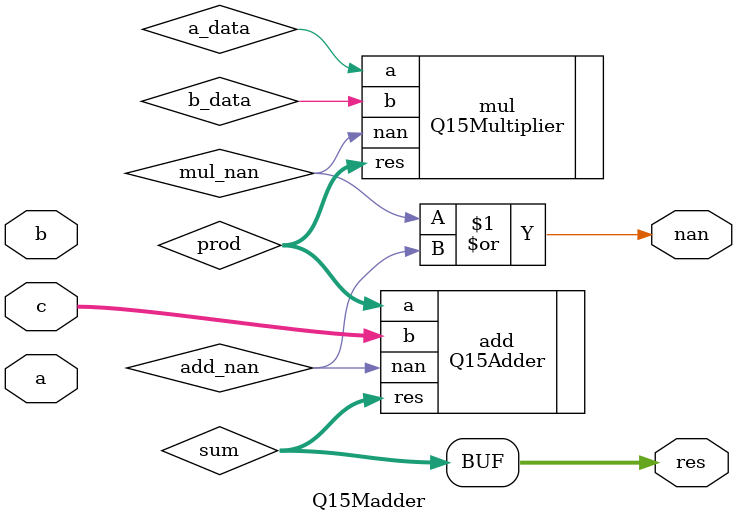
<source format=v>
`timescale 1ns/1ps

module Q15Madder (
  input signed [63:0] a,
  input signed [63:0] b,
  input signed [63:0] c,

  output nan,
  output signed [63:0] res
);

  wire mul_nan;
  wire signed [63:0] prod;
  Q15Multiplier mul(
    .a(a_data),
    .b(b_data),
    .nan(mul_nan),
    .res(prod)
  );

  wire signed [63:0] sum;
  wire add_nan;
  Q15Adder add(
    .a(prod),
    .b(c),
    .nan(add_nan),
    .res(sum)
  );

  assign nan = mul_nan | add_nan;
  assign res = sum;

endmodule

</source>
